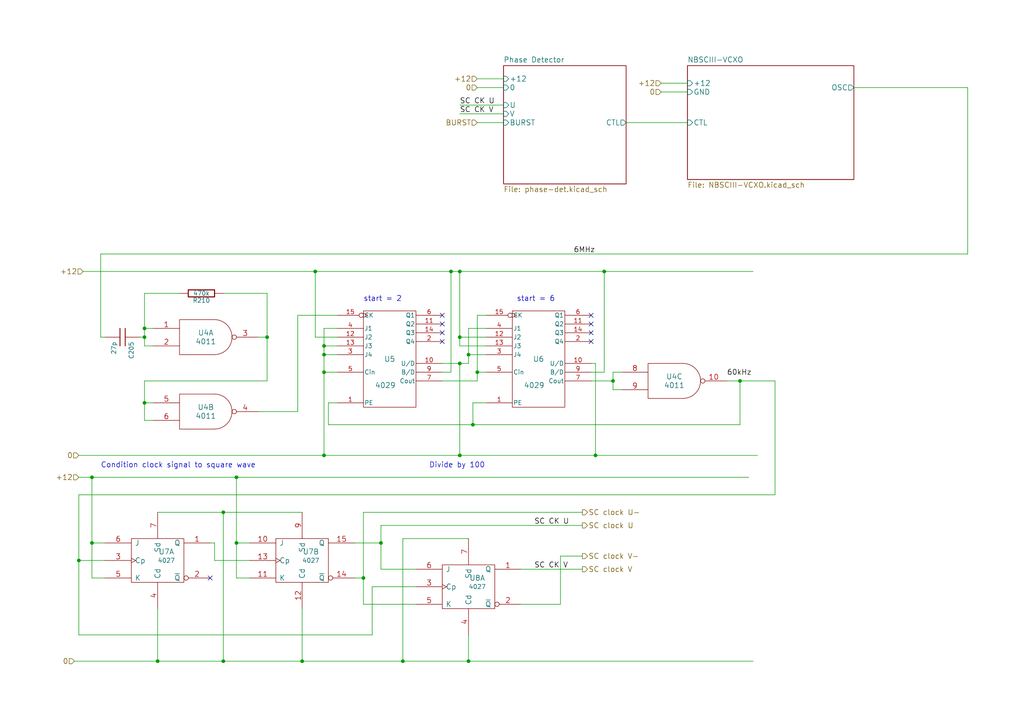
<source format=kicad_sch>
(kicad_sch (version 20211123) (generator eeschema)
  (paper "A4")
  (title_block (date "9 aug 2012"))
  (lib_symbols
    (symbol "NBSCIII-rescue:4011" (pin_names (offset 0.762))
      (property "Reference" "U" (at 0 1.27 0))
      (property "Value" "4011" (at 0 -1.27 0))
      (symbol "4011_0_0"
        (pin power_in line (at -5.08 5.08 90) (length 0) hide (name "VDD") (number "14"))
        (pin power_in line (at -5.08 -5.08 90) (length 0) hide (name "VSS") (number "7"))
      )
      (symbol "4011_0_1"
        (polyline (pts (xy 2.54 5.08) (xy -7.62 5.08) (xy -7.62 -5.08) (xy 2.54 -5.08)))
        (arc (start 2.5654 -5.0546) (mid 7.5947 0.0001) (end 2.5654 5.08))
      )
      (symbol "4011_0_2"
        (arc (start -7.62 -5.0292) (mid -5.3094 0.0082) (end -7.62 5.0546))
        (arc (start 0 -5.0546) (mid 4.5632 -3.6449) (end 7.5946 0.0508))
        (polyline (pts (xy -7.62 -5.08) (xy 0 -5.08)))
        (polyline (pts (xy -7.62 5.08) (xy 0 5.08)))
        (arc (start 7.62 0) (mid 4.6132 3.6946) (end 0.0508 5.08))
      )
      (symbol "4011_1_1"
        (pin input line (at -15.24 2.54 0) (length 7.62) (name "~") (number "1"))
        (pin input line (at -15.24 -2.54 0) (length 7.62) (name "~") (number "2"))
        (pin output inverted (at 15.24 0 180) (length 7.62) (name "~") (number "3"))
      )
      (symbol "4011_1_2"
        (pin input inverted (at -15.24 2.54 0) (length 9.398) (name "~") (number "1"))
        (pin input inverted (at -15.24 -2.54 0) (length 9.398) (name "~") (number "2"))
        (pin output line (at 15.24 0 180) (length 7.62) (name "~") (number "3"))
      )
      (symbol "4011_2_1"
        (pin output inverted (at 15.24 0 180) (length 7.62) (name "~") (number "4"))
        (pin input line (at -15.24 2.54 0) (length 7.62) (name "~") (number "5"))
        (pin input line (at -15.24 -2.54 0) (length 7.62) (name "~") (number "6"))
      )
      (symbol "4011_2_2"
        (pin output line (at 15.24 0 180) (length 7.62) (name "~") (number "4"))
        (pin input inverted (at -15.24 2.54 0) (length 9.398) (name "~") (number "5"))
        (pin input inverted (at -15.24 -2.54 0) (length 9.398) (name "~") (number "6"))
      )
      (symbol "4011_3_1"
        (pin output inverted (at 15.24 0 180) (length 7.62) (name "~") (number "10"))
        (pin input line (at -15.24 2.54 0) (length 7.62) (name "~") (number "8"))
        (pin input line (at -15.24 -2.54 0) (length 7.62) (name "~") (number "9"))
      )
      (symbol "4011_3_2"
        (pin output line (at 15.24 0 180) (length 7.62) (name "~") (number "10"))
        (pin input inverted (at -15.24 2.54 0) (length 9.398) (name "~") (number "8"))
        (pin input inverted (at -15.24 -2.54 0) (length 9.398) (name "~") (number "9"))
      )
      (symbol "4011_4_1"
        (pin output inverted (at 15.24 0 180) (length 7.62) (name "~") (number "11"))
        (pin input line (at -15.24 2.54 0) (length 7.62) (name "~") (number "12"))
        (pin input line (at -15.24 -2.54 0) (length 7.62) (name "~") (number "13"))
      )
      (symbol "4011_4_2"
        (pin output line (at 15.24 0 180) (length 7.62) (name "~") (number "11"))
        (pin input inverted (at -15.24 2.54 0) (length 9.398) (name "~") (number "12"))
        (pin input inverted (at -15.24 -2.54 0) (length 9.398) (name "~") (number "13"))
      )
    )
    (symbol "NBSCIII-rescue:4027" (pin_names (offset 1.016))
      (property "Reference" "U" (at 2.54 2.54 0))
      (property "Value" "4027" (at 2.54 0 0))
      (symbol "4027_0_0"
        (pin power_in line (at -5.08 6.35 270) (length 0) hide (name "VDD") (number "16"))
        (pin power_in line (at -5.08 -6.35 90) (length 0) hide (name "VSS") (number "8"))
      )
      (symbol "4027_0_1"
        (rectangle (start -7.62 6.35) (end 7.62 -6.35))
      )
      (symbol "4027_1_1"
        (pin output line (at 15.24 5.08 180) (length 7.62) (name "Q") (number "1"))
        (pin output inverted (at 15.24 -5.08 180) (length 7.62) (name "~{Q}") (number "2"))
        (pin input clock (at -15.24 0 0) (length 7.62) (name "Cp") (number "3"))
        (pin input line (at 0 -13.97 90) (length 7.62) (name "Cd") (number "4"))
        (pin input line (at -15.24 -5.08 0) (length 7.62) (name "K") (number "5"))
        (pin input line (at -15.24 5.08 0) (length 7.62) (name "J") (number "6"))
        (pin output line (at 0 13.97 270) (length 7.62) (name "Sd") (number "7"))
      )
      (symbol "4027_2_1"
        (pin input line (at -15.24 5.08 0) (length 7.62) (name "J") (number "10"))
        (pin input line (at -15.24 -5.08 0) (length 7.62) (name "K") (number "11"))
        (pin input line (at 0 -13.97 90) (length 7.62) (name "Cd") (number "12"))
        (pin input clock (at -15.24 0 0) (length 7.62) (name "Cp") (number "13"))
        (pin output inverted (at 15.24 -5.08 180) (length 7.62) (name "~{Q}") (number "14"))
        (pin output line (at 15.24 5.08 180) (length 7.62) (name "Q") (number "15"))
        (pin output line (at 0 13.97 270) (length 7.62) (name "Sd") (number "9"))
      )
    )
    (symbol "NBSCIII-rescue:4029" (pin_names (offset 0.254))
      (property "Reference" "U" (at 0 0 0))
      (property "Value" "4029" (at -1.27 -7.62 0))
      (symbol "4029_0_0"
        (pin power_in line (at 0 13.97 270) (length 0) hide (name "VDD") (number "16"))
        (pin power_in line (at 0 -13.97 90) (length 0) hide (name "VSS") (number "8"))
      )
      (symbol "4029_0_1"
        (rectangle (start -7.62 13.97) (end 7.62 -13.97))
      )
      (symbol "4029_1_1"
        (pin input line (at -15.24 -12.7 0) (length 7.62) (name "PE") (number "1"))
        (pin input line (at 15.24 -1.27 180) (length 7.62) (name "U/D") (number "10"))
        (pin output line (at 15.24 10.16 180) (length 7.62) (name "Q2") (number "11"))
        (pin input line (at -15.24 6.35 0) (length 7.62) (name "J2") (number "12"))
        (pin input line (at -15.24 3.81 0) (length 7.62) (name "J3") (number "13"))
        (pin output line (at 15.24 7.62 180) (length 7.62) (name "Q3") (number "14"))
        (pin input inverted_clock (at -15.24 12.7 0) (length 7.62) (name "CK") (number "15"))
        (pin output line (at 15.24 5.08 180) (length 7.62) (name "Q4") (number "2"))
        (pin input line (at -15.24 1.27 0) (length 7.62) (name "J4") (number "3"))
        (pin input line (at -15.24 8.89 0) (length 7.62) (name "J1") (number "4"))
        (pin input line (at -15.24 -3.81 0) (length 7.62) (name "Cin") (number "5"))
        (pin output line (at 15.24 12.7 180) (length 7.62) (name "Q1") (number "6"))
        (pin input line (at 15.24 -6.35 180) (length 7.62) (name "Cout") (number "7"))
        (pin input line (at 15.24 -3.81 180) (length 7.62) (name "B/D") (number "9"))
      )
    )
    (symbol "NBSCIII-rescue:C" (pin_numbers hide) (pin_names (offset 0.254))
      (property "Reference" "C" (at 1.27 2.54 0))
      (property "Value" "C" (at 1.27 -2.54 0))
      (symbol "C_0_1"
        (polyline (pts (xy -2.54 -0.762) (xy 2.54 -0.762)) (stroke (width 0.254)))
        (polyline (pts (xy -2.54 0.762) (xy 2.54 0.762)) (stroke (width 0.254)))
      )
      (symbol "C_1_1"
        (pin passive line (at 0 5.08 270) (length 4.318) (name "~") (number "1"))
        (pin passive line (at 0 -5.08 90) (length 4.318) (name "~") (number "2"))
      )
    )
    (symbol "NBSCIII-rescue:R" (pin_numbers hide) (pin_names (offset 0))
      (property "Reference" "R" (at 2.032 0 90))
      (property "Value" "R" (at 0 0 90))
      (symbol "R_0_1"
        (rectangle (start -1.016 3.81) (end 1.016 -3.81) (stroke (width 0.3048)))
      )
      (symbol "R_1_1"
        (pin passive line (at 0 6.35 270) (length 2.54) (name "~") (number "1"))
        (pin passive line (at 0 -6.35 90) (length 2.54) (name "~") (number "2"))
      )
    )
  )
  (junction (at 130.81 78.74))
  (junction (at 93.98 132.08))
  (junction (at 175.26 78.74))
  (junction (at 133.35 105.41))
  (junction (at 45.72 191.77))
  (junction (at 41.91 97.79))
  (junction (at 41.91 95.25))
  (junction (at 22.86 162.56))
  (junction (at 133.35 78.74))
  (junction (at 26.67 157.48))
  (junction (at 64.77 148.59))
  (junction (at 105.41 167.64))
  (junction (at 87.63 191.77))
  (junction (at 68.58 157.48))
  (junction (at 135.89 191.77))
  (junction (at 77.47 97.79))
  (junction (at 93.98 102.87))
  (junction (at 93.98 100.33))
  (junction (at 138.43 107.95))
  (junction (at 110.49 157.48))
  (junction (at 68.58 138.43))
  (junction (at 26.67 138.43))
  (junction (at 172.72 132.08))
  (junction (at 135.89 102.87))
  (junction (at 64.77 191.77))
  (junction (at 133.35 97.79))
  (junction (at 41.91 116.84))
  (junction (at 93.98 107.95))
  (junction (at 133.35 132.08))
  (junction (at 214.63 110.49))
  (junction (at 137.16 123.19))
  (junction (at 177.8 110.49))
  (junction (at 116.84 191.77))
  (junction (at 91.44 78.74))
  (no_connect (at 128.27 93.98))
  (no_connect (at 60.96 167.64))
  (no_connect (at 128.27 96.52))
  (no_connect (at 171.45 91.44))
  (no_connect (at 171.45 99.06))
  (no_connect (at 171.45 93.98))
  (no_connect (at 171.45 96.52))
  (no_connect (at 128.27 91.44))
  (no_connect (at 128.27 99.06))
  (wire (pts (xy 97.79 97.79) (xy 91.44 97.79)))
  (wire (pts (xy 138.43 107.95) (xy 138.43 110.49)))
  (wire (pts (xy 40.64 97.79) (xy 41.91 97.79)))
  (wire (pts (xy 105.41 167.64) (xy 102.87 167.64)))
  (wire (pts (xy 93.98 102.87) (xy 93.98 100.33)))
  (wire (pts (xy 110.49 165.1) (xy 110.49 157.48)))
  (wire (pts (xy 135.89 95.25) (xy 135.89 102.87)))
  (wire (pts (xy 26.67 138.43) (xy 68.58 138.43)))
  (wire (pts (xy 77.47 110.49) (xy 41.91 110.49)))
  (wire (pts (xy 41.91 121.92) (xy 41.91 116.84)))
  (wire (pts (xy 180.34 113.03) (xy 177.8 113.03)))
  (wire (pts (xy 224.79 110.49) (xy 224.79 143.51)))
  (wire (pts (xy 172.72 132.08) (xy 219.71 132.08)))
  (wire (pts (xy 120.65 170.18) (xy 107.95 170.18)))
  (wire (pts (xy 62.23 162.56) (xy 72.39 162.56)))
  (wire (pts (xy 72.39 167.64) (xy 68.58 167.64)))
  (wire (pts (xy 105.41 175.26) (xy 105.41 167.64)))
  (wire (pts (xy 21.59 191.77) (xy 45.72 191.77)))
  (wire (pts (xy 22.86 162.56) (xy 30.48 162.56)))
  (wire (pts (xy 86.36 91.44) (xy 97.79 91.44)))
  (wire (pts (xy 68.58 157.48) (xy 72.39 157.48)))
  (wire (pts (xy 62.23 157.48) (xy 62.23 162.56)))
  (wire (pts (xy 128.27 107.95) (xy 130.81 107.95)))
  (wire (pts (xy 135.89 184.15) (xy 135.89 191.77)))
  (wire (pts (xy 77.47 97.79) (xy 77.47 85.09)))
  (wire (pts (xy 168.91 148.59) (xy 105.41 148.59)))
  (wire (pts (xy 45.72 191.77) (xy 64.77 191.77)))
  (wire (pts (xy 64.77 148.59) (xy 45.72 148.59)))
  (wire (pts (xy 110.49 165.1) (xy 120.65 165.1)))
  (wire (pts (xy 130.81 78.74) (xy 133.35 78.74)))
  (wire (pts (xy 41.91 95.25) (xy 41.91 85.09)))
  (wire (pts (xy 107.95 184.15) (xy 22.86 184.15)))
  (wire (pts (xy 177.8 107.95) (xy 180.34 107.95)))
  (wire (pts (xy 44.45 116.84) (xy 41.91 116.84)))
  (wire (pts (xy 68.58 157.48) (xy 68.58 138.43)))
  (wire (pts (xy 93.98 102.87) (xy 97.79 102.87)))
  (wire (pts (xy 137.16 123.19) (xy 137.16 116.84)))
  (wire (pts (xy 93.98 107.95) (xy 97.79 107.95)))
  (wire (pts (xy 140.97 91.44) (xy 138.43 91.44)))
  (wire (pts (xy 91.44 78.74) (xy 130.81 78.74)))
  (wire (pts (xy 22.86 184.15) (xy 22.86 162.56)))
  (wire (pts (xy 93.98 95.25) (xy 97.79 95.25)))
  (wire (pts (xy 41.91 100.33) (xy 41.91 97.79)))
  (wire (pts (xy 95.25 116.84) (xy 95.25 123.19)))
  (wire (pts (xy 93.98 132.08) (xy 133.35 132.08)))
  (wire (pts (xy 93.98 132.08) (xy 93.98 107.95)))
  (wire (pts (xy 30.48 97.79) (xy 29.21 97.79)))
  (wire (pts (xy 175.26 107.95) (xy 175.26 78.74)))
  (wire (pts (xy 133.35 132.08) (xy 133.35 105.41)))
  (wire (pts (xy 133.35 30.48) (xy 146.05 30.48)))
  (wire (pts (xy 26.67 157.48) (xy 26.67 138.43)))
  (wire (pts (xy 135.89 105.41) (xy 133.35 105.41)))
  (wire (pts (xy 168.91 165.1) (xy 151.13 165.1)))
  (wire (pts (xy 64.77 148.59) (xy 64.77 191.77)))
  (wire (pts (xy 175.26 78.74) (xy 218.44 78.74)))
  (wire (pts (xy 30.48 157.48) (xy 26.67 157.48)))
  (wire (pts (xy 214.63 110.49) (xy 224.79 110.49)))
  (wire (pts (xy 87.63 176.53) (xy 87.63 191.77)))
  (wire (pts (xy 172.72 132.08) (xy 172.72 105.41)))
  (wire (pts (xy 224.79 143.51) (xy 22.86 143.51)))
  (wire (pts (xy 140.97 95.25) (xy 135.89 95.25)))
  (wire (pts (xy 26.67 167.64) (xy 26.67 157.48)))
  (wire (pts (xy 95.25 123.19) (xy 137.16 123.19)))
  (wire (pts (xy 138.43 91.44) (xy 138.43 107.95)))
  (wire (pts (xy 177.8 110.49) (xy 171.45 110.49)))
  (wire (pts (xy 22.86 138.43) (xy 26.67 138.43)))
  (wire (pts (xy 107.95 170.18) (xy 107.95 184.15)))
  (wire (pts (xy 146.05 22.86) (xy 138.43 22.86)))
  (wire (pts (xy 280.67 25.4) (xy 247.65 25.4)))
  (wire (pts (xy 135.89 191.77) (xy 218.44 191.77)))
  (wire (pts (xy 77.47 110.49) (xy 77.47 97.79)))
  (wire (pts (xy 135.89 102.87) (xy 135.89 105.41)))
  (wire (pts (xy 110.49 152.4) (xy 168.91 152.4)))
  (wire (pts (xy 93.98 107.95) (xy 93.98 102.87)))
  (wire (pts (xy 133.35 105.41) (xy 128.27 105.41)))
  (wire (pts (xy 22.86 132.08) (xy 93.98 132.08)))
  (wire (pts (xy 151.13 175.26) (xy 162.56 175.26)))
  (wire (pts (xy 120.65 175.26) (xy 105.41 175.26)))
  (wire (pts (xy 87.63 148.59) (xy 64.77 148.59)))
  (wire (pts (xy 135.89 102.87) (xy 140.97 102.87)))
  (wire (pts (xy 91.44 97.79) (xy 91.44 78.74)))
  (wire (pts (xy 93.98 100.33) (xy 97.79 100.33)))
  (wire (pts (xy 135.89 156.21) (xy 116.84 156.21)))
  (wire (pts (xy 133.35 132.08) (xy 172.72 132.08)))
  (wire (pts (xy 130.81 107.95) (xy 130.81 78.74)))
  (wire (pts (xy 177.8 110.49) (xy 177.8 107.95)))
  (wire (pts (xy 45.72 176.53) (xy 45.72 191.77)))
  (wire (pts (xy 140.97 100.33) (xy 133.35 100.33)))
  (wire (pts (xy 22.86 162.56) (xy 22.86 143.51)))
  (wire (pts (xy 133.35 33.02) (xy 146.05 33.02)))
  (wire (pts (xy 60.96 157.48) (xy 62.23 157.48)))
  (wire (pts (xy 171.45 107.95) (xy 175.26 107.95)))
  (wire (pts (xy 199.39 26.67) (xy 191.77 26.67)))
  (wire (pts (xy 41.91 95.25) (xy 44.45 95.25)))
  (wire (pts (xy 64.77 191.77) (xy 87.63 191.77)))
  (wire (pts (xy 97.79 116.84) (xy 95.25 116.84)))
  (wire (pts (xy 77.47 85.09) (xy 64.77 85.09)))
  (wire (pts (xy 214.63 123.19) (xy 214.63 110.49)))
  (wire (pts (xy 86.36 119.38) (xy 74.93 119.38)))
  (wire (pts (xy 146.05 25.4) (xy 138.43 25.4)))
  (wire (pts (xy 41.91 116.84) (xy 41.91 110.49)))
  (wire (pts (xy 280.67 73.66) (xy 280.67 25.4)))
  (wire (pts (xy 29.21 73.66) (xy 280.67 73.66)))
  (wire (pts (xy 110.49 157.48) (xy 110.49 152.4)))
  (wire (pts (xy 87.63 191.77) (xy 116.84 191.77)))
  (wire (pts (xy 199.39 24.13) (xy 191.77 24.13)))
  (wire (pts (xy 177.8 113.03) (xy 177.8 110.49)))
  (wire (pts (xy 68.58 167.64) (xy 68.58 157.48)))
  (wire (pts (xy 110.49 157.48) (xy 102.87 157.48)))
  (wire (pts (xy 93.98 100.33) (xy 93.98 95.25)))
  (wire (pts (xy 44.45 121.92) (xy 41.91 121.92)))
  (wire (pts (xy 133.35 97.79) (xy 133.35 78.74)))
  (wire (pts (xy 162.56 175.26) (xy 162.56 161.29)))
  (wire (pts (xy 210.82 110.49) (xy 214.63 110.49)))
  (wire (pts (xy 133.35 97.79) (xy 140.97 97.79)))
  (wire (pts (xy 44.45 100.33) (xy 41.91 100.33)))
  (wire (pts (xy 137.16 123.19) (xy 214.63 123.19)))
  (wire (pts (xy 116.84 191.77) (xy 135.89 191.77)))
  (wire (pts (xy 137.16 116.84) (xy 140.97 116.84)))
  (wire (pts (xy 138.43 107.95) (xy 140.97 107.95)))
  (wire (pts (xy 146.05 35.56) (xy 138.43 35.56)))
  (wire (pts (xy 74.93 97.79) (xy 77.47 97.79)))
  (wire (pts (xy 199.39 35.56) (xy 181.61 35.56)))
  (wire (pts (xy 68.58 138.43) (xy 217.17 138.43)))
  (wire (pts (xy 30.48 167.64) (xy 26.67 167.64)))
  (wire (pts (xy 133.35 100.33) (xy 133.35 97.79)))
  (wire (pts (xy 172.72 105.41) (xy 171.45 105.41)))
  (wire (pts (xy 86.36 119.38) (xy 86.36 91.44)))
  (wire (pts (xy 41.91 97.79) (xy 41.91 95.25)))
  (wire (pts (xy 116.84 156.21) (xy 116.84 191.77)))
  (wire (pts (xy 24.13 78.74) (xy 91.44 78.74)))
  (wire (pts (xy 41.91 85.09) (xy 52.07 85.09)))
  (wire (pts (xy 138.43 110.49) (xy 128.27 110.49)))
  (wire (pts (xy 162.56 161.29) (xy 168.91 161.29)))
  (wire (pts (xy 29.21 97.79) (xy 29.21 73.66)))
  (wire (pts (xy 133.35 78.74) (xy 175.26 78.74)))
  (wire (pts (xy 105.41 167.64) (xy 105.41 148.59)))
  (text "Divide by 100" (at 124.46 135.89 0) (effects (font (size 1.524 1.524)) (justify left bottom)))
  (text "start = 6" (at 149.86 87.63 0) (effects (font (size 1.524 1.524)) (justify left bottom)))
  (text "Condition clock signal to square wave" (at 29.21 135.89 0) (effects (font (size 1.524 1.524)) (justify left bottom)))
  (text "start = 2" (at 105.41 87.63 0) (effects (font (size 1.524 1.524)) (justify left bottom)))
  (label "SC CK U" (at 154.94 152.4 0) (effects (font (size 1.524 1.524))))
  (label "60kHz" (at 210.82 109.22 0) (effects (font (size 1.524 1.524))))
  (label "SC CK U" (at 133.35 30.48 0) (effects (font (size 1.524 1.524))))
  (label "SC CK V" (at 154.94 165.1 0) (effects (font (size 1.524 1.524))))
  (label "SC CK V" (at 133.35 33.02 0) (effects (font (size 1.524 1.524))))
  (label "6MHz" (at 166.37 73.66 0) (effects (font (size 1.524 1.524))))
  (hierarchical_label "+12" (shape input) (at 138.43 22.86 180) (effects (font (size 1.524 1.524))))
  (hierarchical_label "BURST" (shape input) (at 138.43 35.56 180) (effects (font (size 1.524 1.524))))
  (hierarchical_label "SC clock V-" (shape output) (at 168.91 161.29 0) (effects (font (size 1.524 1.524))))
  (hierarchical_label "+12" (shape input) (at 191.77 24.13 180) (effects (font (size 1.524 1.524))))
  (hierarchical_label "0" (shape input) (at 22.86 132.08 180) (effects (font (size 1.524 1.524))))
  (hierarchical_label "0" (shape input) (at 191.77 26.67 180) (effects (font (size 1.524 1.524))))
  (hierarchical_label "+12" (shape input) (at 24.13 78.74 180) (effects (font (size 1.524 1.524))))
  (hierarchical_label "+12" (shape input) (at 22.86 138.43 180) (effects (font (size 1.524 1.524))))
  (hierarchical_label "0" (shape input) (at 21.59 191.77 180) (effects (font (size 1.524 1.524))))
  (hierarchical_label "SC clock U" (shape output) (at 168.91 152.4 0) (effects (font (size 1.524 1.524))))
  (hierarchical_label "SC clock V" (shape output) (at 168.91 165.1 0) (effects (font (size 1.524 1.524))))
  (hierarchical_label "SC clock U-" (shape output) (at 168.91 148.59 0) (effects (font (size 1.524 1.524))))
  (hierarchical_label "0" (shape input) (at 138.43 25.4 180) (effects (font (size 1.524 1.524))))
  (symbol (lib_id "NBSCIII-rescue:4011") (at 59.69 97.79 0) (unit 1)
    (property "Reference" "U4" (at 59.69 96.52 0) (effects (font (size 1.524 1.524))))
    (property "Value" "4011" (at 59.69 99.06 0) (effects (font (size 1.524 1.524))))
  )
  (symbol (lib_id "NBSCIII-rescue:4011") (at 59.69 119.38 0) (unit 2)
    (property "Reference" "U4" (at 59.69 118.11 0) (effects (font (size 1.524 1.524))))
    (property "Value" "4011" (at 59.69 120.65 0) (effects (font (size 1.524 1.524))))
  )
  (symbol (lib_id "NBSCIII-rescue:R") (at 58.42 85.09 270) (unit 1)
    (property "Reference" "R210" (at 58.42 87.122 90))
    (property "Value" "470k" (at 58.42 85.09 90))
  )
  (symbol (lib_id "NBSCIII-rescue:C") (at 35.56 97.79 270) (unit 1)
    (property "Reference" "C205" (at 38.1 99.06 0) (effects (justify left)))
    (property "Value" "27p" (at 33.02 99.06 0) (effects (justify left)))
  )
  (symbol (lib_id "NBSCIII-rescue:4029") (at 113.03 104.14 0) (unit 1)
    (property "Reference" "U5" (at 113.03 104.14 0) (effects (font (size 1.524 1.524))))
    (property "Value" "4029" (at 111.76 111.76 0) (effects (font (size 1.524 1.524))))
  )
  (symbol (lib_id "NBSCIII-rescue:4029") (at 156.21 104.14 0) (unit 1)
    (property "Reference" "U6" (at 156.21 104.14 0) (effects (font (size 1.524 1.524))))
    (property "Value" "4029" (at 154.94 111.76 0) (effects (font (size 1.524 1.524))))
  )
  (symbol (lib_id "NBSCIII-rescue:4011") (at 195.58 110.49 0) (unit 3)
    (property "Reference" "U4" (at 195.58 109.22 0) (effects (font (size 1.524 1.524))))
    (property "Value" "4011" (at 195.58 111.76 0) (effects (font (size 1.524 1.524))))
  )
  (symbol (lib_id "NBSCIII-rescue:4027") (at 45.72 162.56 0) (unit 1)
    (property "Reference" "U7" (at 48.26 160.02 0) (effects (font (size 1.524 1.524))))
    (property "Value" "4027" (at 48.26 162.56 0))
  )
  (symbol (lib_id "NBSCIII-rescue:4027") (at 87.63 162.56 0) (unit 2)
    (property "Reference" "U7" (at 90.17 160.02 0) (effects (font (size 1.524 1.524))))
    (property "Value" "4027" (at 90.17 162.56 0))
  )
  (symbol (lib_id "NBSCIII-rescue:4027") (at 135.89 170.18 0) (unit 1)
    (property "Reference" "U8" (at 138.43 167.64 0) (effects (font (size 1.524 1.524))))
    (property "Value" "4027" (at 138.43 170.18 0))
  )
  (sheet (at 199.39 19.05) (size 48.26 33.02)
    (property "Sheet name" "NBSCIII-VCXO" (at 199.39 18.2114 0) (effects (font (size 1.524 1.524)) (justify left bottom)))
    (property "Sheet file" "NBSCIII-VCXO.kicad_sch" (at 199.39 52.7562 0) (effects (font (size 1.524 1.524)) (justify left top)))
    (pin "CTL" input (at 199.39 35.56 180) (effects (font (size 1.524 1.524))))
    (pin "+12" input (at 199.39 24.13 180) (effects (font (size 1.524 1.524))))
    (pin "GND" input (at 199.39 26.67 180) (effects (font (size 1.524 1.524))))
    (pin "OSC" output (at 247.65 25.4 0) (effects (font (size 1.524 1.524))))
  )
  (sheet (at 146.05 19.05) (size 35.56 34.29)
    (property "Sheet name" "Phase Detector" (at 146.05 18.2114 0) (effects (font (size 1.524 1.524)) (justify left bottom)))
    (property "Sheet file" "phase-det.kicad_sch" (at 146.05 54.0262 0) (effects (font (size 1.524 1.524)) (justify left top)))
    (pin "V" input (at 146.05 33.02 180) (effects (font (size 1.524 1.524))))
    (pin "U" input (at 146.05 30.48 180) (effects (font (size 1.524 1.524))))
    (pin "0" input (at 146.05 25.4 180) (effects (font (size 1.524 1.524))))
    (pin "+12" input (at 146.05 22.86 180) (effects (font (size 1.524 1.524))))
    (pin "CTL" output (at 181.61 35.56 0) (effects (font (size 1.524 1.524))))
    (pin "BURST" input (at 146.05 35.56 180) (effects (font (size 1.524 1.524))))
  )
)
</source>
